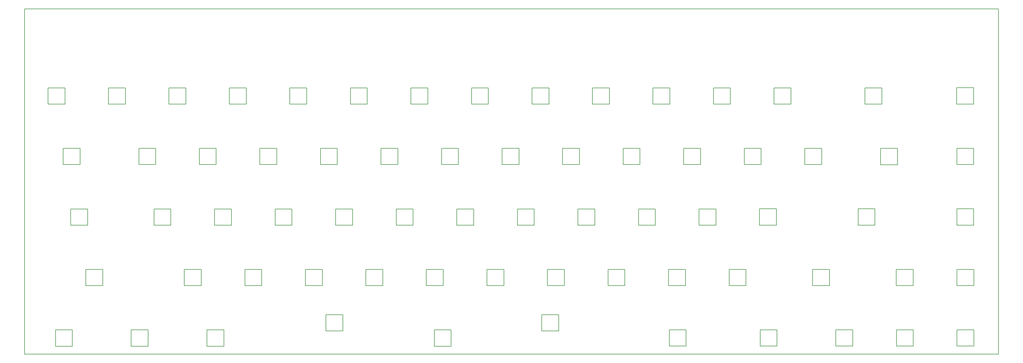
<source format=gm1>
G04 #@! TF.FileFunction,Profile,NP*
%FSLAX46Y46*%
G04 Gerber Fmt 4.6, Leading zero omitted, Abs format (unit mm)*
G04 Created by KiCad (PCBNEW 4.0.7) date Fri Feb  9 22:51:10 2018*
%MOMM*%
%LPD*%
G01*
G04 APERTURE LIST*
%ADD10C,0.100000*%
%ADD11C,0.150000*%
G04 APERTURE END LIST*
D10*
D11*
X308365000Y120365000D02*
X2715000Y120365000D01*
X308365000Y11965000D02*
X308365000Y120365000D01*
X2715000Y11965000D02*
X308365000Y11965000D01*
X2715000Y11965000D02*
X2715000Y120365000D01*
X295325000Y19575000D02*
X300625000Y19575000D01*
X300625000Y14475000D02*
X295325000Y14475000D01*
X295325000Y19575000D02*
X295325000Y14475000D01*
X300625000Y19575000D02*
X300625000Y14475000D01*
X295310000Y38590000D02*
X300610000Y38590000D01*
X300610000Y33490000D02*
X295310000Y33490000D01*
X295310000Y38590000D02*
X295310000Y33490000D01*
X300610000Y38590000D02*
X300610000Y33490000D01*
X295290000Y57565000D02*
X300590000Y57565000D01*
X300590000Y52465000D02*
X295290000Y52465000D01*
X295290000Y57565000D02*
X295290000Y52465000D01*
X300590000Y57565000D02*
X300590000Y52465000D01*
X295265000Y76565000D02*
X300565000Y76565000D01*
X300565000Y71465000D02*
X295265000Y71465000D01*
X295265000Y76565000D02*
X295265000Y71465000D01*
X300565000Y76565000D02*
X300565000Y71465000D01*
X295215000Y95590000D02*
X300515000Y95590000D01*
X300515000Y90490000D02*
X295215000Y90490000D01*
X295215000Y95590000D02*
X295215000Y90490000D01*
X300515000Y95590000D02*
X300515000Y90490000D01*
X257320000Y19590000D02*
X262620000Y19590000D01*
X262620000Y14490000D02*
X257320000Y14490000D01*
X257320000Y19590000D02*
X257320000Y14490000D01*
X262620000Y19590000D02*
X262620000Y14490000D01*
X276290000Y38590000D02*
X281590000Y38590000D01*
X281590000Y33490000D02*
X276290000Y33490000D01*
X276290000Y38590000D02*
X276290000Y33490000D01*
X281590000Y38590000D02*
X281590000Y33490000D01*
X247560000Y76550000D02*
X252860000Y76550000D01*
X252860000Y71450000D02*
X247560000Y71450000D01*
X247560000Y76550000D02*
X247560000Y71450000D01*
X252860000Y76550000D02*
X252860000Y71450000D01*
X223810000Y38565000D02*
X229110000Y38565000D01*
X229110000Y33465000D02*
X223810000Y33465000D01*
X223810000Y38565000D02*
X223810000Y33465000D01*
X229110000Y38565000D02*
X229110000Y33465000D01*
X228560000Y76550000D02*
X233860000Y76550000D01*
X233860000Y71450000D02*
X228560000Y71450000D01*
X228560000Y76550000D02*
X228560000Y71450000D01*
X233860000Y76550000D02*
X233860000Y71450000D01*
X218920000Y95550000D02*
X224220000Y95550000D01*
X224220000Y90450000D02*
X218920000Y90450000D01*
X218920000Y95550000D02*
X218920000Y90450000D01*
X224220000Y95550000D02*
X224220000Y90450000D01*
X204810000Y38570000D02*
X210110000Y38570000D01*
X210110000Y33470000D02*
X204810000Y33470000D01*
X204810000Y38570000D02*
X204810000Y33470000D01*
X210110000Y38570000D02*
X210110000Y33470000D01*
X214360000Y57560000D02*
X219660000Y57560000D01*
X219660000Y52460000D02*
X214360000Y52460000D01*
X214360000Y57560000D02*
X214360000Y52460000D01*
X219660000Y57560000D02*
X219660000Y52460000D01*
X209560000Y76560000D02*
X214860000Y76560000D01*
X214860000Y71460000D02*
X209560000Y71460000D01*
X209560000Y76560000D02*
X209560000Y71460000D01*
X214860000Y76560000D02*
X214860000Y71460000D01*
X199910000Y95550000D02*
X205210000Y95550000D01*
X205210000Y90450000D02*
X199910000Y90450000D01*
X199910000Y95550000D02*
X199910000Y90450000D01*
X205210000Y95550000D02*
X205210000Y90450000D01*
X185810000Y38570000D02*
X191110000Y38570000D01*
X191110000Y33470000D02*
X185810000Y33470000D01*
X185810000Y38570000D02*
X185810000Y33470000D01*
X191110000Y38570000D02*
X191110000Y33470000D01*
X195360000Y57560000D02*
X200660000Y57560000D01*
X200660000Y52460000D02*
X195360000Y52460000D01*
X195360000Y57560000D02*
X195360000Y52460000D01*
X200660000Y57560000D02*
X200660000Y52460000D01*
X180930000Y95550000D02*
X186230000Y95550000D01*
X186230000Y90450000D02*
X180930000Y90450000D01*
X180930000Y95550000D02*
X180930000Y90450000D01*
X186230000Y95550000D02*
X186230000Y90450000D01*
X166810000Y38560000D02*
X172110000Y38560000D01*
X172110000Y33460000D02*
X166810000Y33460000D01*
X166810000Y38560000D02*
X166810000Y33460000D01*
X172110000Y38560000D02*
X172110000Y33460000D01*
X171560000Y76560000D02*
X176860000Y76560000D01*
X176860000Y71460000D02*
X171560000Y71460000D01*
X171560000Y76560000D02*
X171560000Y71460000D01*
X176860000Y76560000D02*
X176860000Y71460000D01*
X147810000Y38560000D02*
X153110000Y38560000D01*
X153110000Y33460000D02*
X147810000Y33460000D01*
X147810000Y38560000D02*
X147810000Y33460000D01*
X153110000Y38560000D02*
X153110000Y33460000D01*
X157360000Y57560000D02*
X162660000Y57560000D01*
X162660000Y52460000D02*
X157360000Y52460000D01*
X157360000Y57560000D02*
X157360000Y52460000D01*
X162660000Y57560000D02*
X162660000Y52460000D01*
X152560000Y76560000D02*
X157860000Y76560000D01*
X157860000Y71460000D02*
X152560000Y71460000D01*
X152560000Y76560000D02*
X152560000Y71460000D01*
X157860000Y76560000D02*
X157860000Y71460000D01*
X128800000Y38550000D02*
X134100000Y38550000D01*
X134100000Y33450000D02*
X128800000Y33450000D01*
X128800000Y38550000D02*
X128800000Y33450000D01*
X134100000Y38550000D02*
X134100000Y33450000D01*
X138360000Y57560000D02*
X143660000Y57560000D01*
X143660000Y52460000D02*
X138360000Y52460000D01*
X138360000Y57560000D02*
X138360000Y52460000D01*
X143660000Y57560000D02*
X143660000Y52460000D01*
X133560000Y76560000D02*
X138860000Y76560000D01*
X138860000Y71460000D02*
X133560000Y71460000D01*
X133560000Y76560000D02*
X133560000Y71460000D01*
X138860000Y76560000D02*
X138860000Y71460000D01*
X123950000Y95550000D02*
X129250000Y95550000D01*
X129250000Y90450000D02*
X123950000Y90450000D01*
X123950000Y95550000D02*
X123950000Y90450000D01*
X129250000Y95550000D02*
X129250000Y90450000D01*
X109800000Y38550000D02*
X115100000Y38550000D01*
X115100000Y33450000D02*
X109800000Y33450000D01*
X109800000Y38550000D02*
X109800000Y33450000D01*
X115100000Y38550000D02*
X115100000Y33450000D01*
X119350000Y57560000D02*
X124650000Y57560000D01*
X124650000Y52460000D02*
X119350000Y52460000D01*
X119350000Y57560000D02*
X119350000Y52460000D01*
X124650000Y57560000D02*
X124650000Y52460000D01*
X114560000Y76560000D02*
X119860000Y76560000D01*
X119860000Y71460000D02*
X114560000Y71460000D01*
X114560000Y76560000D02*
X114560000Y71460000D01*
X119860000Y76560000D02*
X119860000Y71460000D01*
X100350000Y57560000D02*
X105650000Y57560000D01*
X105650000Y52460000D02*
X100350000Y52460000D01*
X100350000Y57560000D02*
X100350000Y52460000D01*
X105650000Y57560000D02*
X105650000Y52460000D01*
X95560000Y76560000D02*
X100860000Y76560000D01*
X100860000Y71460000D02*
X95560000Y71460000D01*
X95560000Y76560000D02*
X95560000Y71460000D01*
X100860000Y76560000D02*
X100860000Y71460000D01*
X71860000Y38560000D02*
X77160000Y38560000D01*
X77160000Y33460000D02*
X71860000Y33460000D01*
X71860000Y38560000D02*
X71860000Y33460000D01*
X77160000Y38560000D02*
X77160000Y33460000D01*
X81330000Y57560000D02*
X86630000Y57560000D01*
X86630000Y52460000D02*
X81330000Y52460000D01*
X81330000Y57560000D02*
X81330000Y52460000D01*
X86630000Y57560000D02*
X86630000Y52460000D01*
X76560000Y76560000D02*
X81860000Y76560000D01*
X81860000Y71460000D02*
X76560000Y71460000D01*
X76560000Y76560000D02*
X76560000Y71460000D01*
X81860000Y76560000D02*
X81860000Y71460000D01*
X67000000Y95550000D02*
X72300000Y95550000D01*
X72300000Y90450000D02*
X67000000Y90450000D01*
X67000000Y95550000D02*
X67000000Y90450000D01*
X72300000Y95550000D02*
X72300000Y90450000D01*
X52850000Y38550000D02*
X58150000Y38550000D01*
X58150000Y33450000D02*
X52850000Y33450000D01*
X52850000Y38550000D02*
X52850000Y33450000D01*
X58150000Y38550000D02*
X58150000Y33450000D01*
X62300000Y57550000D02*
X67600000Y57550000D01*
X67600000Y52450000D02*
X62300000Y52450000D01*
X62300000Y57550000D02*
X62300000Y52450000D01*
X67600000Y57550000D02*
X67600000Y52450000D01*
X57530000Y76550000D02*
X62830000Y76550000D01*
X62830000Y71450000D02*
X57530000Y71450000D01*
X57530000Y76550000D02*
X57530000Y71450000D01*
X62830000Y76550000D02*
X62830000Y71450000D01*
X48010000Y95570000D02*
X53310000Y95570000D01*
X53310000Y90470000D02*
X48010000Y90470000D01*
X48010000Y95570000D02*
X48010000Y90470000D01*
X53310000Y95570000D02*
X53310000Y90470000D01*
X43310000Y57560000D02*
X48610000Y57560000D01*
X48610000Y52460000D02*
X43310000Y52460000D01*
X43310000Y57560000D02*
X43310000Y52460000D01*
X48610000Y57560000D02*
X48610000Y52460000D01*
X10070000Y95540000D02*
X15370000Y95540000D01*
X15370000Y90440000D02*
X10070000Y90440000D01*
X10070000Y95540000D02*
X10070000Y90440000D01*
X15370000Y95540000D02*
X15370000Y90440000D01*
X237920000Y95550000D02*
X243220000Y95550000D01*
X243220000Y90450000D02*
X237920000Y90450000D01*
X237920000Y95550000D02*
X237920000Y90450000D01*
X243220000Y95550000D02*
X243220000Y90450000D01*
X85960000Y95550000D02*
X91260000Y95550000D01*
X91260000Y90450000D02*
X85960000Y90450000D01*
X85960000Y95550000D02*
X85960000Y90450000D01*
X91260000Y95550000D02*
X91260000Y90450000D01*
X29030000Y95550000D02*
X34330000Y95550000D01*
X34330000Y90450000D02*
X29030000Y90450000D01*
X29030000Y95550000D02*
X29030000Y90450000D01*
X34330000Y95550000D02*
X34330000Y90450000D01*
X38560000Y76560000D02*
X43860000Y76560000D01*
X43860000Y71460000D02*
X38560000Y71460000D01*
X38560000Y76560000D02*
X38560000Y71460000D01*
X43860000Y76560000D02*
X43860000Y71460000D01*
X276320000Y19590000D02*
X281620000Y19590000D01*
X281620000Y14490000D02*
X276320000Y14490000D01*
X276320000Y19590000D02*
X276320000Y14490000D01*
X281620000Y19590000D02*
X281620000Y14490000D01*
X176360000Y57550000D02*
X181660000Y57550000D01*
X181660000Y52450000D02*
X176360000Y52450000D01*
X176360000Y57550000D02*
X176360000Y52450000D01*
X181660000Y57550000D02*
X181660000Y52450000D01*
X161950000Y95550000D02*
X167250000Y95550000D01*
X167250000Y90450000D02*
X161950000Y90450000D01*
X161950000Y95550000D02*
X161950000Y90450000D01*
X167250000Y95550000D02*
X167250000Y90450000D01*
X104960000Y95560000D02*
X110260000Y95560000D01*
X110260000Y90460000D02*
X104960000Y90460000D01*
X104960000Y95560000D02*
X104960000Y90460000D01*
X110260000Y95560000D02*
X110260000Y90460000D01*
X190560000Y76560000D02*
X195860000Y76560000D01*
X195860000Y71460000D02*
X190560000Y71460000D01*
X190560000Y76560000D02*
X190560000Y71460000D01*
X195860000Y76560000D02*
X195860000Y71460000D01*
X90830000Y38550000D02*
X96130000Y38550000D01*
X96130000Y33450000D02*
X90830000Y33450000D01*
X90830000Y38550000D02*
X90830000Y33450000D01*
X96130000Y38550000D02*
X96130000Y33450000D01*
X142950000Y95550000D02*
X148250000Y95550000D01*
X148250000Y90450000D02*
X142950000Y90450000D01*
X142950000Y95550000D02*
X142950000Y90450000D01*
X148250000Y95550000D02*
X148250000Y90450000D01*
X233360000Y57570000D02*
X238660000Y57570000D01*
X238660000Y52470000D02*
X233360000Y52470000D01*
X233360000Y57570000D02*
X233360000Y52470000D01*
X238660000Y57570000D02*
X238660000Y52470000D01*
X14830000Y76550000D02*
X20130000Y76550000D01*
X20130000Y71450000D02*
X14830000Y71450000D01*
X14830000Y76550000D02*
X14830000Y71450000D01*
X20130000Y76550000D02*
X20130000Y71450000D01*
X205040000Y19590000D02*
X210340000Y19590000D01*
X210340000Y14490000D02*
X205040000Y14490000D01*
X205040000Y19590000D02*
X205040000Y14490000D01*
X210340000Y19590000D02*
X210340000Y14490000D01*
X271385000Y76540000D02*
X276685000Y76540000D01*
X276685000Y71440000D02*
X271385000Y71440000D01*
X271385000Y76540000D02*
X271385000Y71440000D01*
X276685000Y76540000D02*
X276685000Y71440000D01*
X233560000Y19590000D02*
X238860000Y19590000D01*
X238860000Y14490000D02*
X233560000Y14490000D01*
X233560000Y19590000D02*
X233560000Y14490000D01*
X238860000Y19590000D02*
X238860000Y14490000D01*
X131280000Y19550000D02*
X136580000Y19550000D01*
X136580000Y14450000D02*
X131280000Y14450000D01*
X131280000Y19550000D02*
X131280000Y14450000D01*
X136580000Y19550000D02*
X136580000Y14450000D01*
X59930000Y19550000D02*
X65230000Y19550000D01*
X65230000Y14450000D02*
X59930000Y14450000D01*
X59930000Y19550000D02*
X59930000Y14450000D01*
X65230000Y19550000D02*
X65230000Y14450000D01*
X36160000Y19560000D02*
X41460000Y19560000D01*
X41460000Y14460000D02*
X36160000Y14460000D01*
X36160000Y19560000D02*
X36160000Y14460000D01*
X41460000Y19560000D02*
X41460000Y14460000D01*
X12410000Y19560000D02*
X17710000Y19560000D01*
X17710000Y14460000D02*
X12410000Y14460000D01*
X12410000Y19560000D02*
X12410000Y14460000D01*
X17710000Y19560000D02*
X17710000Y14460000D01*
X17170000Y57550000D02*
X22470000Y57550000D01*
X22470000Y52450000D02*
X17170000Y52450000D01*
X17170000Y57550000D02*
X17170000Y52450000D01*
X22470000Y57550000D02*
X22470000Y52450000D01*
X250050000Y38575000D02*
X255350000Y38575000D01*
X255350000Y33475000D02*
X250050000Y33475000D01*
X250050000Y38575000D02*
X250050000Y33475000D01*
X255350000Y38575000D02*
X255350000Y33475000D01*
X264302000Y57570000D02*
X269602000Y57570000D01*
X269602000Y52470000D02*
X264302000Y52470000D01*
X264302000Y57570000D02*
X264302000Y52470000D01*
X269602000Y57570000D02*
X269602000Y52470000D01*
X21938000Y38565000D02*
X27238000Y38565000D01*
X27238000Y33465000D02*
X21938000Y33465000D01*
X21938000Y38565000D02*
X21938000Y33465000D01*
X27238000Y38565000D02*
X27238000Y33465000D01*
X165000000Y24350000D02*
X170300000Y24350000D01*
X170300000Y19250000D02*
X165000000Y19250000D01*
X165000000Y24350000D02*
X165000000Y19250000D01*
X170300000Y24350000D02*
X170300000Y19250000D01*
X97300000Y24350000D02*
X102600000Y24350000D01*
X102600000Y19250000D02*
X97300000Y19250000D01*
X97300000Y24350000D02*
X97300000Y19250000D01*
X102600000Y24350000D02*
X102600000Y19250000D01*
X266458000Y95565000D02*
X271758000Y95565000D01*
X271758000Y90465000D02*
X266458000Y90465000D01*
X266458000Y95565000D02*
X266458000Y90465000D01*
X271758000Y95565000D02*
X271758000Y90465000D01*
M02*

</source>
